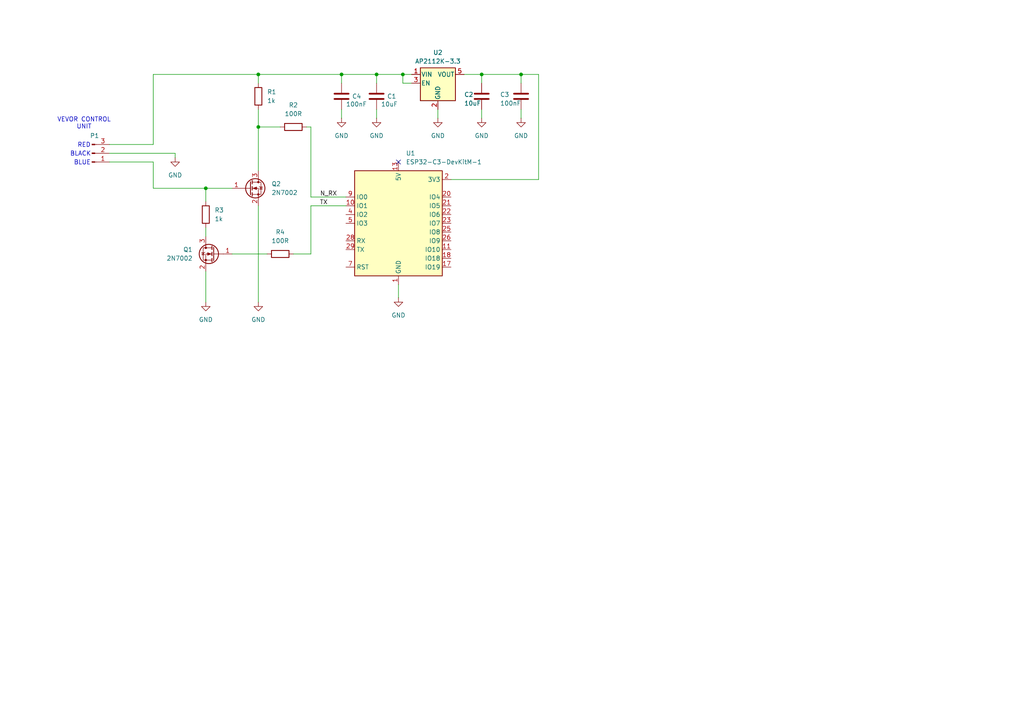
<source format=kicad_sch>
(kicad_sch (version 20250114) (generator "eeschema") (generator_version "9.0")
  (paper "A4")
  (lib_symbols
    (symbol "Connector:Conn_01x03_Pin" (pin_names (offset 1.016) (hide yes))
      (property "Reference" "J" (at 0 5.08 0))
      (property "Value" "Conn_01x03_Pin" (at 0 -5.08 0))
      (symbol "Conn_01x03_Pin_1_1"
        (rectangle (start 0.8636 2.667) (end 0 2.413) (stroke (width 0.1524)) (fill (type outline)))
        (rectangle (start 0.8636 0.127) (end 0 -0.127) (stroke (width 0.1524)) (fill (type outline)))
        (rectangle (start 0.8636 -2.413) (end 0 -2.667) (stroke (width 0.1524)) (fill (type outline)))
        (polyline (pts (xy 1.27 2.54) (xy 0.8636 2.54)) (stroke (width 0.1524)))
        (polyline (pts (xy 1.27 0) (xy 0.8636 0)) (stroke (width 0.1524)))
        (polyline (pts (xy 1.27 -2.54) (xy 0.8636 -2.54)) (stroke (width 0.1524)))
        (pin passive line (at 5.08 2.54 180) (length 3.81) (name "Pin_1") (number "1"))
        (pin passive line (at 5.08 0 180) (length 3.81) (name "Pin_2") (number "2"))
        (pin passive line (at 5.08 -2.54 180) (length 3.81) (name "Pin_3") (number "3"))
      )
    )
    (symbol "Device:C" (pin_numbers (hide yes)) (pin_names (offset 0.254))
      (property "Reference" "C" (at 0.635 2.54 0))
      (property "Value" "C" (at 0.635 -2.54 0))
      (symbol "C_0_1"
        (polyline (pts (xy -2.032 0.762) (xy 2.032 0.762)) (stroke (width 0.508)))
        (polyline (pts (xy -2.032 -0.762) (xy 2.032 -0.762)) (stroke (width 0.508)))
      )
      (symbol "C_1_1"
        (pin passive line (at 0 3.81 270) (length 2.794) (name "~") (number "1"))
        (pin passive line (at 0 -3.81 90) (length 2.794) (name "~") (number "2"))
      )
    )
    (symbol "Device:R" (pin_numbers (hide yes)) (pin_names (offset 0))
      (property "Reference" "R" (at 2.032 0 90))
      (property "Value" "R" (at 0 0 90))
      (symbol "R_0_1"
        (rectangle (start -1.016 -2.54) (end 1.016 2.54) (stroke (width 0.254)))
      )
      (symbol "R_1_1"
        (pin passive line (at 0 3.81 270) (length 1.27) (name "~") (number "1"))
        (pin passive line (at 0 -3.81 90) (length 1.27) (name "~") (number "2"))
      )
    )
    (symbol "RF_Module:ESP32-C3-DevKitM-1"
      (property "Reference" "U" (at 7.62 16.51 0))
      (property "Value" "ESP32-C3-DevKitM-1" (at 11.684 -16.764 0))
      (symbol "ESP32-C3-DevKitM-1_1_1"
        (rectangle (start -12.7 15.24) (end 12.7 -15.24) (stroke (width 0.254)) (fill (type background)))
        (pin bidirectional line (at -15.24 7.62 0) (length 2.54) (name "IO0") (number "9"))
        (pin bidirectional line (at -15.24 5.08 0) (length 2.54) (name "IO1") (number "10"))
        (pin bidirectional line (at -15.24 2.54 0) (length 2.54) (name "IO2") (number "4"))
        (pin bidirectional line (at -15.24 0 0) (length 2.54) (name "IO3") (number "5"))
        (pin input line (at -15.24 -5.08 0) (length 2.54) (name "RX") (number "28"))
        (pin output line (at -15.24 -7.62 0) (length 2.54) (name "TX") (number "29"))
        (pin input line (at -15.24 -12.7 0) (length 2.54) (name "RST") (number "7"))
        (pin passive line (at 0 17.78 270) (length 2.54) (name "5V") (number "13"))
        (pin passive line (at 0 17.78 270) (length 2.54) (hide yes) (name "5V") (number "14"))
        (pin power_in line (at 0 -17.78 90) (length 2.54) (name "GND") (number "1"))
        (pin passive line (at 0 -17.78 90) (length 2.54) (hide yes) (name "GND") (number "12"))
        (pin passive line (at 0 -17.78 90) (length 2.54) (hide yes) (name "GND") (number "15"))
        (pin passive line (at 0 -17.78 90) (length 2.54) (hide yes) (name "GND") (number "16"))
        (pin passive line (at 0 -17.78 90) (length 2.54) (hide yes) (name "GND") (number "19"))
        (pin passive line (at 0 -17.78 90) (length 2.54) (hide yes) (name "GND") (number "24"))
        (pin passive line (at 0 -17.78 90) (length 2.54) (hide yes) (name "GND") (number "27"))
        (pin passive line (at 0 -17.78 90) (length 2.54) (hide yes) (name "GND") (number "30"))
        (pin passive line (at 0 -17.78 90) (length 2.54) (hide yes) (name "GND") (number "6"))
        (pin passive line (at 0 -17.78 90) (length 2.54) (hide yes) (name "GND") (number "8"))
        (pin power_out line (at 15.24 12.7 180) (length 2.54) (name "3V3") (number "2"))
        (pin passive line (at 15.24 12.7 180) (length 2.54) (hide yes) (name "3V3") (number "3"))
        (pin bidirectional line (at 15.24 7.62 180) (length 2.54) (name "IO4") (number "20"))
        (pin bidirectional line (at 15.24 5.08 180) (length 2.54) (name "IO5") (number "21"))
        (pin bidirectional line (at 15.24 2.54 180) (length 2.54) (name "IO6") (number "22"))
        (pin bidirectional line (at 15.24 0 180) (length 2.54) (name "IO7") (number "23"))
        (pin bidirectional line (at 15.24 -2.54 180) (length 2.54) (name "IO8") (number "25"))
        (pin bidirectional line (at 15.24 -5.08 180) (length 2.54) (name "IO9") (number "26"))
        (pin bidirectional line (at 15.24 -7.62 180) (length 2.54) (name "IO10") (number "11"))
        (pin bidirectional line (at 15.24 -10.16 180) (length 2.54) (name "IO18") (number "18"))
        (pin bidirectional line (at 15.24 -12.7 180) (length 2.54) (name "IO19") (number "17"))
      )
    )
    (symbol "Regulator_Linear:AP2112K-3.3" (pin_names (offset 0.254))
      (property "Reference" "U" (at -5.08 5.715 0))
      (property "Value" "AP2112K-3.3" (at 0 5.715 0))
      (symbol "AP2112K-3.3_0_1"
        (rectangle (start -5.08 4.445) (end 5.08 -5.08) (stroke (width 0.254)) (fill (type background)))
      )
      (symbol "AP2112K-3.3_1_1"
        (pin power_in line (at -7.62 2.54 0) (length 2.54) (name "VIN") (number "1"))
        (pin input line (at -7.62 0 0) (length 2.54) (name "EN") (number "3"))
        (pin power_in line (at 0 -7.62 90) (length 2.54) (name "GND") (number "2"))
        (pin no_connect line (at 5.08 0 180) (length 2.54) (hide yes) (name "NC") (number "4"))
        (pin power_out line (at 7.62 2.54 180) (length 2.54) (name "VOUT") (number "5"))
      )
    )
    (symbol "Transistor_FET:2N7002" (pin_names (hide yes))
      (property "Reference" "Q" (at 5.08 1.905 0))
      (property "Value" "2N7002" (at 5.08 0 0))
      (symbol "2N7002_0_1"
        (polyline (pts (xy 0.254 1.905) (xy 0.254 -1.905)) (stroke (width 0.254)))
        (polyline (pts (xy 0.254 0) (xy -2.54 0)))
        (polyline (pts (xy 0.762 2.286) (xy 0.762 1.27)) (stroke (width 0.254)))
        (polyline (pts (xy 0.762 0.508) (xy 0.762 -0.508)) (stroke (width 0.254)))
        (polyline (pts (xy 0.762 -1.27) (xy 0.762 -2.286)) (stroke (width 0.254)))
        (polyline (pts (xy 0.762 -1.778) (xy 3.302 -1.778) (xy 3.302 1.778) (xy 0.762 1.778)))
        (polyline (pts (xy 1.016 0) (xy 2.032 0.381) (xy 2.032 -0.381) (xy 1.016 0)) (fill (type outline)))
        (circle (center 1.651 0) (radius 2.794) (stroke (width 0.254)))
        (polyline (pts (xy 2.54 2.54) (xy 2.54 1.778)))
        (circle (center 2.54 1.778) (radius 0.254) (fill (type outline)))
        (circle (center 2.54 -1.778) (radius 0.254) (fill (type outline)))
        (polyline (pts (xy 2.54 -2.54) (xy 2.54 0) (xy 0.762 0)))
        (polyline (pts (xy 2.794 0.508) (xy 2.921 0.381) (xy 3.683 0.381) (xy 3.81 0.254)))
        (polyline (pts (xy 3.302 0.381) (xy 2.921 -0.254) (xy 3.683 -0.254) (xy 3.302 0.381)))
      )
      (symbol "2N7002_1_1"
        (pin input line (at -5.08 0 0) (length 2.54) (name "G") (number "1"))
        (pin passive line (at 2.54 5.08 270) (length 2.54) (name "D") (number "3"))
        (pin passive line (at 2.54 -5.08 90) (length 2.54) (name "S") (number "2"))
      )
    )
    (symbol "power:GND" (power) (pin_numbers (hide yes)) (pin_names (offset 0) (hide yes))
      (property "Value" "GND" (at 0 -3.81 0))
      (symbol "GND_0_1"
        (polyline (pts (xy 0 0) (xy 0 -1.27) (xy 1.27 -1.27) (xy 0 -2.54) (xy -1.27 -1.27) (xy 0 -1.27)))
      )
      (symbol "GND_1_1"
        (pin power_in line (at 0 0 270) (length 0) (name "~") (number "1"))
      )
    )
  )
  (text "RED" (at 24.384 42.164 0) (effects (font (size 1.27 1.27))))
  (text "VEVOR CONTROL\nUNIT" (at 24.384 35.814 0) (effects (font (size 1.27 1.27))))
  (text "BLACK" (at 23.368 44.704 0) (effects (font (size 1.27 1.27))))
  (text "BLUE" (at 23.876 47.244 0) (effects (font (size 1.27 1.27))))
  (junction (at 151.13 21.59))
  (junction (at 74.93 36.83))
  (junction (at 139.7 21.59))
  (junction (at 59.69 54.61))
  (junction (at 99.06 21.59))
  (junction (at 74.93 21.59))
  (junction (at 109.22 21.59))
  (junction (at 116.84 21.59))
  (no_connect (at 115.57 46.99))
  (wire (pts (xy 156.21 52.07) (xy 130.81 52.07)))
  (wire (pts (xy 67.31 73.66) (xy 77.47 73.66)))
  (wire (pts (xy 109.22 21.59) (xy 116.84 21.59)))
  (wire (pts (xy 115.57 82.55) (xy 115.57 86.36)))
  (wire (pts (xy 31.75 41.91) (xy 44.45 41.91)))
  (wire (pts (xy 90.17 36.83) (xy 88.9 36.83)))
  (wire (pts (xy 90.17 59.69) (xy 100.33 59.69)))
  (wire (pts (xy 74.93 31.75) (xy 74.93 36.83)))
  (wire (pts (xy 44.45 46.99) (xy 31.75 46.99)))
  (wire (pts (xy 90.17 59.69) (xy 90.17 73.66)))
  (wire (pts (xy 74.93 36.83) (xy 81.28 36.83)))
  (wire (pts (xy 85.09 73.66) (xy 90.17 73.66)))
  (wire (pts (xy 116.84 24.13) (xy 116.84 21.59)))
  (wire (pts (xy 50.8 44.45) (xy 50.8 45.72)))
  (wire (pts (xy 59.69 54.61) (xy 59.69 58.42)))
  (wire (pts (xy 44.45 21.59) (xy 74.93 21.59)))
  (wire (pts (xy 139.7 21.59) (xy 139.7 24.13)))
  (wire (pts (xy 116.84 21.59) (xy 119.38 21.59)))
  (wire (pts (xy 59.69 78.74) (xy 59.69 87.63)))
  (wire (pts (xy 127 31.75) (xy 127 34.29)))
  (wire (pts (xy 134.62 21.59) (xy 139.7 21.59)))
  (wire (pts (xy 31.75 44.45) (xy 50.8 44.45)))
  (wire (pts (xy 59.69 54.61) (xy 67.31 54.61)))
  (wire (pts (xy 151.13 31.75) (xy 151.13 34.29)))
  (wire (pts (xy 109.22 31.75) (xy 109.22 34.29)))
  (wire (pts (xy 109.22 21.59) (xy 109.22 24.13)))
  (wire (pts (xy 99.06 21.59) (xy 109.22 21.59)))
  (wire (pts (xy 59.69 68.58) (xy 59.69 66.04)))
  (wire (pts (xy 90.17 57.15) (xy 100.33 57.15)))
  (wire (pts (xy 90.17 57.15) (xy 90.17 36.83)))
  (wire (pts (xy 74.93 21.59) (xy 99.06 21.59)))
  (wire (pts (xy 119.38 24.13) (xy 116.84 24.13)))
  (wire (pts (xy 74.93 59.69) (xy 74.93 87.63)))
  (wire (pts (xy 156.21 21.59) (xy 156.21 52.07)))
  (wire (pts (xy 44.45 46.99) (xy 44.45 54.61)))
  (wire (pts (xy 44.45 54.61) (xy 59.69 54.61)))
  (wire (pts (xy 74.93 21.59) (xy 74.93 24.13)))
  (wire (pts (xy 151.13 21.59) (xy 151.13 24.13)))
  (wire (pts (xy 74.93 36.83) (xy 74.93 49.53)))
  (wire (pts (xy 151.13 21.59) (xy 156.21 21.59)))
  (wire (pts (xy 139.7 21.59) (xy 151.13 21.59)))
  (wire (pts (xy 44.45 41.91) (xy 44.45 21.59)))
  (wire (pts (xy 99.06 21.59) (xy 99.06 24.13)))
  (wire (pts (xy 139.7 31.75) (xy 139.7 34.29)))
  (wire (pts (xy 99.06 31.75) (xy 99.06 34.29)))
  (label "TX" (at 92.71 59.69 0))
  (label "N_RX" (at 97.79 57.15 180))
  (symbol (lib_id "Device:R") (at 59.69 62.23 0) (unit 1)
    (property "Reference" "R3" (at 62.23 60.9599 0) (effects (justify left)))
    (property "Value" "1k" (at 62.23 63.4999 0) (effects (justify left)))
    (property "Description" "Resistor" (effects (hide yes)))
  )
  (symbol (lib_id "RF_Module:ESP32-C3-DevKitM-1") (at 115.57 64.77 0) (unit 1)
    (property "Reference" "U1" (at 117.7133 44.45 0) (effects (justify left)))
    (property "Value" "ESP32-C3-DevKitM-1" (at 117.7133 46.99 0) (effects (justify left)))
    (property "Footprint" "RF_Module:ESP32-C3-DevKitM-1" (effects (hide yes)))
    (property "Datasheet" "https://docs.espressif.com/projects/esp-idf/en/latest/esp32c3/hw-reference/esp32c3/user-guide-devkitm-1.html" (effects (hide yes)))
    (property "Description" "Development board featuring ESP32-C3-MINI-1 module" (effects (hide yes)))
  )
  (symbol (lib_id "Transistor_FET:2N7002") (at 62.23 73.66 0) (mirror y) (unit 1)
    (property "Reference" "Q1" (at 55.88 72.3899 0) (effects (justify left)))
    (property "Value" "2N7002" (at 55.88 74.9299 0) (effects (justify left)))
    (property "Footprint" "Package_TO_SOT_SMD:SOT-23" (effects (hide yes)))
    (property "Datasheet" "https://www.onsemi.com/pub/Collateral/NDS7002A-D.PDF" (effects (hide yes)))
    (property "Description" "0.115A Id, 60V Vds, N-Channel MOSFET, SOT-23" (effects (hide yes)))
  )
  (symbol (lib_id "Device:R") (at 74.93 27.94 0) (unit 1)
    (property "Reference" "R1" (at 77.47 26.6699 0) (effects (justify left)))
    (property "Value" "1k" (at 77.47 29.2099 0) (effects (justify left)))
    (property "Description" "Resistor" (effects (hide yes)))
  )
  (symbol (lib_id "power:GND") (at 139.7 34.29 0) (unit 1)
    (property "Reference" "#PWR06" (effects (hide yes)))
    (property "Value" "GND" (at 139.7 39.37 0))
    (property "Description" "Power symbol creates a global label with name \"GND\" , ground" (effects (hide yes)))
  )
  (symbol (lib_id "Device:R") (at 85.09 36.83 90) (unit 1)
    (property "Reference" "R2" (at 85.09 30.48 90))
    (property "Value" "100R" (at 85.09 33.02 90))
    (property "Description" "Resistor" (effects (hide yes)))
  )
  (symbol (lib_id "power:GND") (at 50.8 45.72 0) (unit 1)
    (property "Reference" "#PWR012" (effects (hide yes)))
    (property "Value" "GND" (at 50.8 50.8 0))
    (property "Description" "Power symbol creates a global label with name \"GND\" , ground" (effects (hide yes)))
  )
  (symbol (lib_id "Device:C") (at 139.7 27.94 0) (unit 1)
    (property "Reference" "C2" (at 134.62 27.432 0) (effects (justify left)))
    (property "Value" "10uF" (at 134.62 29.972 0) (effects (justify left)))
    (property "Description" "Unpolarized capacitor" (effects (hide yes)))
  )
  (symbol (lib_id "power:GND") (at 109.22 34.29 0) (unit 1)
    (property "Reference" "#PWR04" (effects (hide yes)))
    (property "Value" "GND" (at 109.22 39.37 0))
    (property "Description" "Power symbol creates a global label with name \"GND\" , ground" (effects (hide yes)))
  )
  (symbol (lib_id "power:GND") (at 115.57 86.36 0) (unit 1)
    (property "Reference" "#PWR01" (effects (hide yes)))
    (property "Value" "GND" (at 115.57 91.44 0))
    (property "Description" "Power symbol creates a global label with name \"GND\" , ground" (effects (hide yes)))
  )
  (symbol (lib_id "power:GND") (at 74.93 87.63 0) (unit 1)
    (property "Reference" "#PWR02" (effects (hide yes)))
    (property "Value" "GND" (at 74.93 92.71 0))
    (property "Description" "Power symbol creates a global label with name \"GND\" , ground" (effects (hide yes)))
  )
  (symbol (lib_id "Device:C") (at 109.22 27.94 0) (unit 1)
    (property "Reference" "C1" (at 112.268 27.94 0) (effects (justify left)))
    (property "Value" "10uF" (at 110.49 30.226 0) (effects (justify left)))
    (property "Description" "Unpolarized capacitor" (effects (hide yes)))
  )
  (symbol (lib_id "Device:C") (at 151.13 27.94 0) (unit 1)
    (property "Reference" "C3" (at 145.034 27.432 0) (effects (justify left)))
    (property "Value" "100nF" (at 145.034 29.972 0) (effects (justify left)))
    (property "Description" "Unpolarized capacitor" (effects (hide yes)))
  )
  (symbol (lib_id "Connector:Conn_01x03_Pin") (at 26.67 44.45 0) (mirror x) (unit 1)
    (property "Reference" "P1" (at 27.432 39.37 0))
    (property "Value" "Conn_01x03_Pin" (effects (hide yes)))
    (property "Description" "Generic connector, single row, 01x03, script generated" (effects (hide yes)))
  )
  (symbol (lib_id "Transistor_FET:2N7002") (at 72.39 54.61 0) (unit 1)
    (property "Reference" "Q2" (at 78.74 53.3399 0) (effects (justify left)))
    (property "Value" "2N7002" (at 78.74 55.8799 0) (effects (justify left)))
    (property "Footprint" "Package_TO_SOT_SMD:SOT-23" (effects (hide yes)))
    (property "Datasheet" "https://www.onsemi.com/pub/Collateral/NDS7002A-D.PDF" (effects (hide yes)))
    (property "Description" "0.115A Id, 60V Vds, N-Channel MOSFET, SOT-23" (effects (hide yes)))
  )
  (symbol (lib_id "Regulator_Linear:AP2112K-3.3") (at 127 24.13 0) (unit 1)
    (property "Reference" "U2" (at 127 15.24 0))
    (property "Value" "AP2112K-3.3" (at 127 17.78 0))
    (property "Footprint" "Package_TO_SOT_SMD:SOT-23-5" (effects (hide yes)))
    (property "Datasheet" "https://www.diodes.com/assets/Datasheets/AP2112.pdf" (effects (hide yes)))
    (property "Description" "600mA low dropout linear regulator, with enable pin, 3.8V-6V input voltage range, 3.3V fixed positive output, SOT-23-5" (effects (hide yes)))
  )
  (symbol (lib_id "power:GND") (at 99.06 34.29 0) (unit 1)
    (property "Reference" "#PWR08" (effects (hide yes)))
    (property "Value" "GND" (at 99.06 39.37 0))
    (property "Description" "Power symbol creates a global label with name \"GND\" , ground" (effects (hide yes)))
  )
  (symbol (lib_id "power:GND") (at 127 34.29 0) (unit 1)
    (property "Reference" "#PWR05" (effects (hide yes)))
    (property "Value" "GND" (at 127 39.37 0))
    (property "Description" "Power symbol creates a global label with name \"GND\" , ground" (effects (hide yes)))
  )
  (symbol (lib_id "Device:C") (at 99.06 27.94 0) (unit 1)
    (property "Reference" "C4" (at 102.108 27.94 0) (effects (justify left)))
    (property "Value" "100nF" (at 100.33 30.226 0) (effects (justify left)))
    (property "Description" "Unpolarized capacitor" (effects (hide yes)))
  )
  (symbol (lib_id "power:GND") (at 59.69 87.63 0) (unit 1)
    (property "Reference" "#PWR03" (effects (hide yes)))
    (property "Value" "GND" (at 59.69 92.71 0))
    (property "Description" "Power symbol creates a global label with name \"GND\" , ground" (effects (hide yes)))
  )
  (symbol (lib_id "power:GND") (at 151.13 34.29 0) (unit 1)
    (property "Reference" "#PWR07" (effects (hide yes)))
    (property "Value" "GND" (at 151.13 39.37 0))
    (property "Description" "Power symbol creates a global label with name \"GND\" , ground" (effects (hide yes)))
  )
  (symbol (lib_id "Device:R") (at 81.28 73.66 90) (unit 1)
    (property "Reference" "R4" (at 81.28 67.31 90))
    (property "Value" "100R" (at 81.28 69.85 90))
    (property "Description" "Resistor" (effects (hide yes)))
  )
)
</source>
